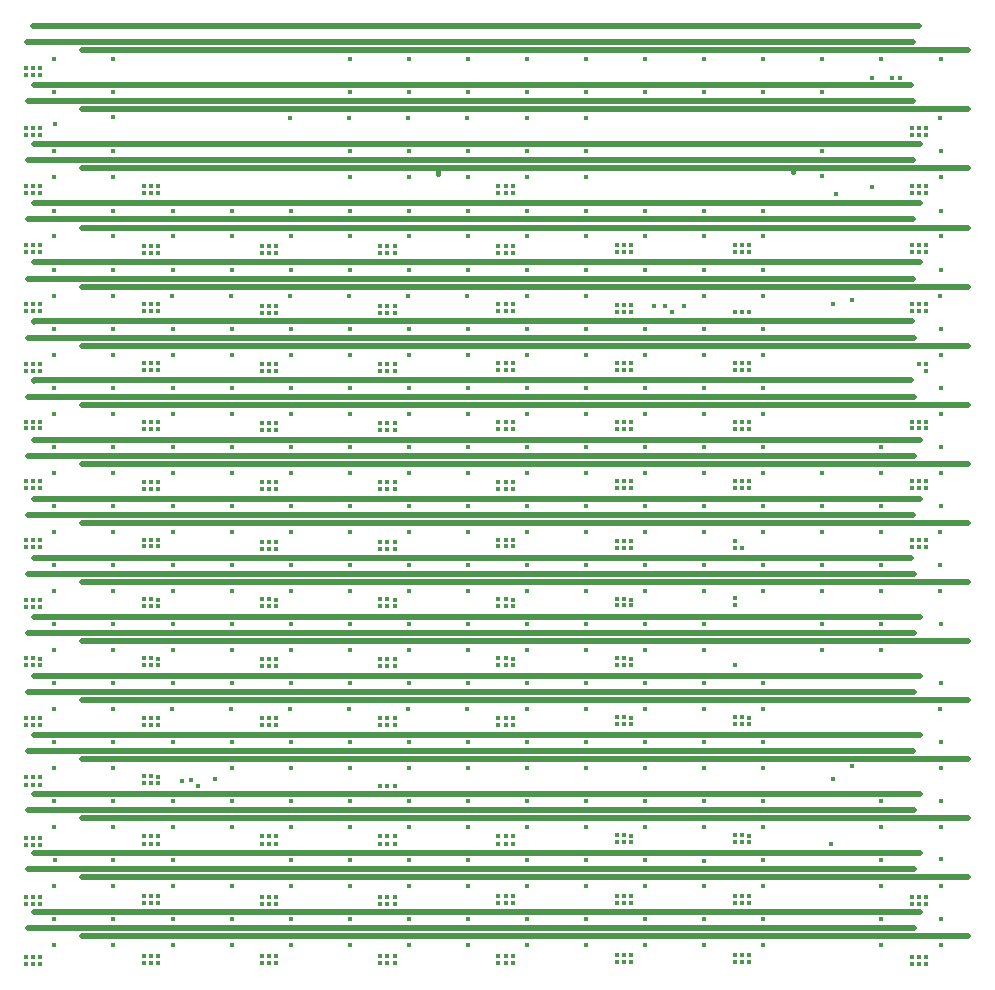
<source format=gbr>
%TF.GenerationSoftware,KiCad,Pcbnew,9.0.7*%
%TF.CreationDate,2026-02-20T11:37:07-08:00*%
%TF.ProjectId,rgb-plate,7267622d-706c-4617-9465-2e6b69636164,rev?*%
%TF.SameCoordinates,Original*%
%TF.FileFunction,Copper,L3,Inr*%
%TF.FilePolarity,Positive*%
%FSLAX46Y46*%
G04 Gerber Fmt 4.6, Leading zero omitted, Abs format (unit mm)*
G04 Created by KiCad (PCBNEW 9.0.7) date 2026-02-20 11:37:07*
%MOMM*%
%LPD*%
G01*
G04 APERTURE LIST*
%TA.AperFunction,ViaPad*%
%ADD10C,0.400000*%
%TD*%
%TA.AperFunction,Conductor*%
%ADD11C,0.500000*%
%TD*%
%TA.AperFunction,Conductor*%
%ADD12C,0.400000*%
%TD*%
G04 APERTURE END LIST*
D10*
%TO.N,+3.3V*%
X171014998Y-124149000D03*
X171020805Y-84714399D03*
X155200000Y-85200000D03*
X115100000Y-125300000D03*
%TO.N,/matrix_driver_conn/TH2*%
X169400000Y-125200000D03*
X117110000Y-125200000D03*
%TO.N,GND*%
X176100000Y-105000000D03*
X102300000Y-95035000D03*
X177300000Y-90700000D03*
X177300000Y-80600000D03*
X141100000Y-140800000D03*
X151700000Y-95600000D03*
X176700000Y-80600000D03*
X176100000Y-100600000D03*
X141700000Y-105500000D03*
X111100000Y-90600000D03*
X131700000Y-85800000D03*
X131700000Y-140800000D03*
X177300000Y-95035000D03*
X101700000Y-125700000D03*
X176100000Y-105600000D03*
X161100000Y-110500000D03*
X141100000Y-100700000D03*
X121700000Y-140200000D03*
X131700000Y-80700000D03*
X121700000Y-80700000D03*
X121100000Y-120100000D03*
X141700000Y-110010002D03*
X151700000Y-140700000D03*
X131100000Y-115700000D03*
X176100000Y-80000000D03*
X152300000Y-140700000D03*
X111100000Y-115000000D03*
X122300000Y-110035000D03*
X132300000Y-135200000D03*
X151100000Y-100000000D03*
X111100000Y-100100000D03*
X101700000Y-100600000D03*
X111700000Y-85010002D03*
X152300000Y-80600000D03*
X141700000Y-80700000D03*
X141700000Y-90600000D03*
X121700000Y-115100000D03*
X132300000Y-100700000D03*
X151100000Y-115600000D03*
X142300000Y-90035000D03*
X122300000Y-110600000D03*
X121700000Y-105200000D03*
X131700000Y-125800000D03*
X151700000Y-105700000D03*
X132300000Y-130100000D03*
X112300000Y-130700000D03*
X176700000Y-80010002D03*
X152300000Y-100035000D03*
X111100000Y-105500000D03*
X151100000Y-110000000D03*
X111100000Y-130700000D03*
X112300000Y-135100000D03*
X122300000Y-130100000D03*
X141700000Y-75600000D03*
X161700000Y-120010002D03*
X131700000Y-90100000D03*
X101100000Y-95500000D03*
X151700000Y-120600000D03*
X111700000Y-105010002D03*
X151700000Y-80600000D03*
X176700000Y-100600000D03*
X101100000Y-85600000D03*
X177300000Y-95500000D03*
X131100000Y-100700000D03*
X131700000Y-105800000D03*
X102300000Y-80600000D03*
X176700000Y-140300000D03*
X131100000Y-110000000D03*
X122300000Y-115700000D03*
X141700000Y-140200000D03*
X176700000Y-135200000D03*
X121100000Y-95700000D03*
X141100000Y-120700000D03*
X122300000Y-100700000D03*
X102300000Y-105600000D03*
X141700000Y-140800000D03*
X121700000Y-110010002D03*
X161700000Y-90010002D03*
X152300000Y-80035000D03*
X121100000Y-130100000D03*
X112300000Y-120100000D03*
X141700000Y-80100000D03*
X102300000Y-70700000D03*
X151100000Y-95600000D03*
X142300000Y-110600000D03*
X112300000Y-80700000D03*
X102300000Y-100600000D03*
X161100000Y-100600000D03*
X177300000Y-100035000D03*
X151100000Y-90000000D03*
X101100000Y-65000000D03*
X111100000Y-115600000D03*
X141700000Y-100100000D03*
X162300000Y-140100000D03*
X121100000Y-85200000D03*
X122300000Y-90700000D03*
X122300000Y-115100000D03*
X131100000Y-105800000D03*
X111700000Y-115010002D03*
X112300000Y-100700000D03*
X131100000Y-110600000D03*
X162300000Y-95600000D03*
X111100000Y-105000000D03*
X177300000Y-140300000D03*
X141100000Y-130700000D03*
X132300000Y-80100000D03*
X161100000Y-85700000D03*
X176700000Y-135800000D03*
X111100000Y-110600000D03*
X101100000Y-70100000D03*
X151100000Y-80000000D03*
X102300000Y-130200000D03*
X112300000Y-110600000D03*
X102300000Y-85600000D03*
X177300000Y-70100000D03*
X131100000Y-85200000D03*
X111700000Y-140800000D03*
X112300000Y-95035000D03*
X121700000Y-115700000D03*
X111700000Y-100100000D03*
X141700000Y-75010002D03*
X121100000Y-135800000D03*
X111100000Y-120700000D03*
X111100000Y-135100000D03*
X121100000Y-80700000D03*
X101700000Y-135800000D03*
X152300000Y-140100000D03*
X152300000Y-105100000D03*
X101100000Y-70700000D03*
X121100000Y-100700000D03*
X131100000Y-130700000D03*
X101100000Y-130200000D03*
X111700000Y-95010002D03*
X132300000Y-95700000D03*
X141100000Y-105500000D03*
X121700000Y-130700000D03*
X176700000Y-70100000D03*
X141700000Y-120700000D03*
X101100000Y-115000000D03*
X131100000Y-90700000D03*
X122300000Y-105800000D03*
X112300000Y-115035000D03*
X161700000Y-80600000D03*
X101700000Y-110100000D03*
X142300000Y-95035000D03*
X101700000Y-90100000D03*
X111100000Y-95600000D03*
X152300000Y-120035000D03*
X151100000Y-90600000D03*
X142300000Y-130100000D03*
X161100000Y-115600000D03*
X111700000Y-85600000D03*
X176700000Y-75600000D03*
X101100000Y-80000000D03*
X131100000Y-120100000D03*
X162300000Y-90035000D03*
X177300000Y-70700000D03*
X111100000Y-80100000D03*
X101100000Y-130800000D03*
X151700000Y-120010002D03*
X161100000Y-105700000D03*
X176100000Y-95000000D03*
X161100000Y-80000000D03*
X111700000Y-135100000D03*
X121700000Y-135800000D03*
X151100000Y-95000000D03*
X142300000Y-100100000D03*
X112300000Y-135700000D03*
X102300000Y-90100000D03*
X111100000Y-90000000D03*
X111100000Y-85000000D03*
X177300000Y-105035000D03*
X176700000Y-95500000D03*
X131700000Y-140200000D03*
X142300000Y-130700000D03*
X176100000Y-140900000D03*
X131700000Y-95700000D03*
X132300000Y-120100000D03*
X151700000Y-130010002D03*
X131700000Y-110010002D03*
X131100000Y-95700000D03*
X152300000Y-115600000D03*
X122300000Y-80100000D03*
X161700000Y-85700000D03*
X151100000Y-120000000D03*
X162300000Y-120035000D03*
X102300000Y-65600000D03*
X176100000Y-80600000D03*
X131700000Y-80100000D03*
X161700000Y-135700000D03*
X101100000Y-100000000D03*
X111100000Y-140200000D03*
X111700000Y-135700000D03*
X111100000Y-95000000D03*
X122300000Y-95700000D03*
X121100000Y-80100000D03*
X101100000Y-120100000D03*
X121100000Y-140200000D03*
X101100000Y-120700000D03*
X161100000Y-95600000D03*
X112300000Y-125035000D03*
X132300000Y-115700000D03*
X141100000Y-130100000D03*
X102300000Y-105035000D03*
X161100000Y-130000000D03*
X122300000Y-90100000D03*
X112300000Y-105035000D03*
X176700000Y-95010002D03*
X101100000Y-105600000D03*
X162300000Y-140700000D03*
X141700000Y-130100000D03*
X102300000Y-120100000D03*
X101700000Y-95010002D03*
X131100000Y-135800000D03*
X131100000Y-80700000D03*
X162300000Y-80035000D03*
X101100000Y-135200000D03*
X131100000Y-85800000D03*
X102300000Y-125100000D03*
X101100000Y-110700000D03*
X141100000Y-90600000D03*
X101100000Y-75000000D03*
X111700000Y-130100000D03*
X142300000Y-115035000D03*
X101700000Y-75600000D03*
X177300000Y-135200000D03*
X132300000Y-85200000D03*
X142300000Y-105500000D03*
X161100000Y-90000000D03*
X141700000Y-110600000D03*
X121100000Y-110000000D03*
X111700000Y-120100000D03*
X161100000Y-105100000D03*
X151100000Y-85700000D03*
X121700000Y-85200000D03*
X152300000Y-85100000D03*
X101100000Y-65600000D03*
X151700000Y-95010002D03*
X131700000Y-120700000D03*
X102300000Y-75035000D03*
X151700000Y-80010002D03*
X161100000Y-120000000D03*
X101700000Y-105600000D03*
X141100000Y-95600000D03*
X122300000Y-135800000D03*
X102300000Y-125700000D03*
X151700000Y-110010002D03*
X177300000Y-85035000D03*
X131100000Y-125800000D03*
X161100000Y-109900000D03*
X151100000Y-130000000D03*
X152300000Y-120600000D03*
X101100000Y-110100000D03*
X101700000Y-85010002D03*
X121700000Y-135200000D03*
X102300000Y-115600000D03*
X101700000Y-135200000D03*
X142300000Y-110035000D03*
X102300000Y-135200000D03*
X141100000Y-75000000D03*
X102300000Y-85035000D03*
X141700000Y-85010002D03*
X172700000Y-65879000D03*
X131100000Y-90100000D03*
X111100000Y-80700000D03*
X131700000Y-115100000D03*
X122300000Y-85800000D03*
X161100000Y-130600000D03*
X131100000Y-120700000D03*
X152300000Y-90035000D03*
X141700000Y-90010002D03*
X121700000Y-140800000D03*
X121100000Y-130700000D03*
X121100000Y-115700000D03*
X101100000Y-90700000D03*
X102300000Y-135800000D03*
X101100000Y-125700000D03*
X132300000Y-135800000D03*
X151700000Y-110500000D03*
X121700000Y-100100000D03*
X142300000Y-80700000D03*
X176100000Y-140300000D03*
X111700000Y-110010002D03*
X122300000Y-120700000D03*
X121100000Y-95100000D03*
X151700000Y-100010002D03*
X111700000Y-75010002D03*
X102300000Y-115035000D03*
X121100000Y-115100000D03*
X161700000Y-130010002D03*
X131700000Y-135200000D03*
X152300000Y-100600000D03*
X111100000Y-75000000D03*
X176700000Y-70700000D03*
X152300000Y-95035000D03*
X121100000Y-110600000D03*
X162300000Y-100600000D03*
X132300000Y-110035000D03*
X121700000Y-130100000D03*
X111100000Y-125000000D03*
X111700000Y-140200000D03*
X102300000Y-110700000D03*
X161700000Y-95010002D03*
X141100000Y-110600000D03*
X111700000Y-75600000D03*
X151700000Y-140100000D03*
X114300000Y-125400000D03*
X141700000Y-105010002D03*
X101100000Y-140300000D03*
X132300000Y-90100000D03*
X174400000Y-65879000D03*
X141100000Y-135700000D03*
X161700000Y-95600000D03*
X101700000Y-65010002D03*
X101700000Y-70100000D03*
X152300000Y-130035000D03*
X101100000Y-90100000D03*
X131100000Y-130100000D03*
X102300000Y-95500000D03*
X141700000Y-95600000D03*
X101700000Y-90700000D03*
X111700000Y-110600000D03*
X132300000Y-80700000D03*
X142300000Y-135100000D03*
X121700000Y-100700000D03*
X176700000Y-100010002D03*
X101700000Y-105010002D03*
X132300000Y-105200000D03*
X141100000Y-140200000D03*
X121100000Y-105800000D03*
X142300000Y-90600000D03*
X111700000Y-90010002D03*
X151700000Y-85700000D03*
X151100000Y-135700000D03*
X151100000Y-80600000D03*
X131100000Y-140200000D03*
X176100000Y-135200000D03*
X141700000Y-135700000D03*
X121100000Y-135200000D03*
X176700000Y-105010002D03*
X132300000Y-105800000D03*
X121100000Y-105200000D03*
X161100000Y-140700000D03*
X162300000Y-100035000D03*
X111100000Y-140800000D03*
X101700000Y-120700000D03*
X152300000Y-90600000D03*
X121700000Y-120100000D03*
X151100000Y-110500000D03*
X151700000Y-130600000D03*
X161100000Y-120600000D03*
X132300000Y-110600000D03*
X131700000Y-115700000D03*
X112300000Y-110035000D03*
X122300000Y-140200000D03*
X131700000Y-135800000D03*
X176100000Y-135800000D03*
X131700000Y-105200000D03*
X131700000Y-90700000D03*
X152300000Y-135100000D03*
X161100000Y-95000000D03*
X161700000Y-140100000D03*
X111700000Y-95600000D03*
X141100000Y-95000000D03*
X102300000Y-130800000D03*
X161100000Y-140100000D03*
X141100000Y-135100000D03*
X132300000Y-125800000D03*
X111100000Y-75600000D03*
X151100000Y-115000000D03*
X161100000Y-90600000D03*
X122300000Y-130700000D03*
X161700000Y-90600000D03*
X102300000Y-140300000D03*
X121100000Y-100100000D03*
X177300000Y-90100000D03*
X121100000Y-120700000D03*
X111700000Y-80100000D03*
X151700000Y-115010002D03*
X121700000Y-85800000D03*
X101100000Y-80600000D03*
X152300000Y-130600000D03*
X102300000Y-120700000D03*
X131100000Y-115100000D03*
X141100000Y-115600000D03*
X112300000Y-140200000D03*
X151100000Y-135100000D03*
X177300000Y-80035000D03*
X142300000Y-140800000D03*
X152300000Y-115035000D03*
X152300000Y-95600000D03*
X101100000Y-100600000D03*
X176700000Y-140900000D03*
X111100000Y-120100000D03*
X176700000Y-75010002D03*
X101700000Y-65600000D03*
X112300000Y-100100000D03*
X142300000Y-75600000D03*
X122300000Y-100100000D03*
X132300000Y-85800000D03*
X121100000Y-90100000D03*
X122300000Y-85200000D03*
X162300000Y-135100000D03*
X121700000Y-90100000D03*
X112300000Y-140800000D03*
X121700000Y-110600000D03*
X177300000Y-100600000D03*
X111700000Y-115600000D03*
X141700000Y-85600000D03*
X111700000Y-130700000D03*
X101100000Y-105000000D03*
X101700000Y-130200000D03*
X111700000Y-90600000D03*
X101700000Y-70700000D03*
X112300000Y-120700000D03*
X111100000Y-130100000D03*
X102300000Y-140900000D03*
X101700000Y-110700000D03*
X112300000Y-125600000D03*
X151700000Y-105100000D03*
X177300000Y-105600000D03*
X142300000Y-85600000D03*
X111100000Y-135700000D03*
X151100000Y-130600000D03*
X121700000Y-105800000D03*
X131700000Y-100700000D03*
X161700000Y-105700000D03*
X176100000Y-75600000D03*
X111100000Y-85600000D03*
X101700000Y-85600000D03*
X112300000Y-75600000D03*
X131700000Y-130100000D03*
X122300000Y-140800000D03*
X142300000Y-75035000D03*
X115690000Y-125800000D03*
X101700000Y-120100000D03*
X152300000Y-105700000D03*
X131700000Y-120100000D03*
X151700000Y-85100000D03*
X176100000Y-70100000D03*
X141700000Y-115600000D03*
X141100000Y-120100000D03*
X152300000Y-110035000D03*
X142300000Y-85035000D03*
X111700000Y-105500000D03*
X161100000Y-135700000D03*
X162300000Y-130035000D03*
X141100000Y-100100000D03*
X111700000Y-80700000D03*
X175100000Y-65879000D03*
X101700000Y-115600000D03*
X142300000Y-135700000D03*
X102300000Y-75600000D03*
X101700000Y-75010002D03*
X101700000Y-95500000D03*
X169235000Y-130700000D03*
X121100000Y-140800000D03*
X111100000Y-110000000D03*
X161100000Y-100000000D03*
X176100000Y-85600000D03*
X101100000Y-125100000D03*
X102300000Y-80035000D03*
X151100000Y-140100000D03*
X162300000Y-135700000D03*
X141700000Y-95010002D03*
X102300000Y-90700000D03*
X161700000Y-120600000D03*
X177300000Y-85600000D03*
X154300000Y-85200000D03*
X112300000Y-90600000D03*
X142300000Y-120700000D03*
X162300000Y-90600000D03*
X101100000Y-135800000D03*
X177300000Y-140900000D03*
X121700000Y-95700000D03*
X131100000Y-140800000D03*
X162300000Y-85700000D03*
X111100000Y-125600000D03*
X177300000Y-75035000D03*
X177300000Y-135800000D03*
X112300000Y-85035000D03*
X101100000Y-75600000D03*
X177300000Y-75600000D03*
X111700000Y-125600000D03*
X101100000Y-95000000D03*
X112300000Y-95600000D03*
X161700000Y-80010002D03*
X161100000Y-135100000D03*
X132300000Y-140200000D03*
X101700000Y-115010002D03*
X141700000Y-120100000D03*
X141100000Y-115000000D03*
X112300000Y-115600000D03*
X112300000Y-80100000D03*
X101700000Y-100010002D03*
X102300000Y-110100000D03*
X176700000Y-105600000D03*
X121700000Y-80100000D03*
X141100000Y-80700000D03*
X151100000Y-105100000D03*
X121700000Y-120700000D03*
X141700000Y-135100000D03*
X112300000Y-85600000D03*
X152300000Y-85700000D03*
X176100000Y-100000000D03*
X162300000Y-95035000D03*
X132300000Y-100100000D03*
X161700000Y-140700000D03*
X122300000Y-105200000D03*
X141100000Y-105000000D03*
X132300000Y-120700000D03*
X176100000Y-70700000D03*
X122300000Y-95100000D03*
X141700000Y-115010002D03*
X112300000Y-130100000D03*
X141700000Y-100700000D03*
X176100000Y-95500000D03*
X142300000Y-115600000D03*
X151100000Y-85100000D03*
X141100000Y-90000000D03*
X111100000Y-100700000D03*
X101700000Y-140300000D03*
X176700000Y-90100000D03*
X151700000Y-135100000D03*
X111700000Y-125010002D03*
X162300000Y-120600000D03*
X111700000Y-120700000D03*
X151700000Y-90600000D03*
X112300000Y-90035000D03*
X102300000Y-70100000D03*
X176100000Y-85000000D03*
X141100000Y-75600000D03*
X141100000Y-85600000D03*
X112300000Y-105500000D03*
X152300000Y-110500000D03*
X176700000Y-85600000D03*
X141100000Y-80100000D03*
X151100000Y-105700000D03*
X131700000Y-130700000D03*
X176700000Y-85010002D03*
X132300000Y-115100000D03*
X141100000Y-85000000D03*
X162300000Y-130600000D03*
X142300000Y-80100000D03*
X142300000Y-100700000D03*
X151700000Y-90010002D03*
X151700000Y-135700000D03*
X101700000Y-80600000D03*
X101700000Y-80010002D03*
X151100000Y-120600000D03*
X131100000Y-100100000D03*
X131100000Y-105200000D03*
X132300000Y-95100000D03*
X122300000Y-120100000D03*
X176100000Y-75000000D03*
X101100000Y-85000000D03*
X151100000Y-140700000D03*
X162300000Y-80600000D03*
X142300000Y-95600000D03*
X151700000Y-100600000D03*
X132300000Y-140800000D03*
X101100000Y-140900000D03*
X121100000Y-90700000D03*
X152300000Y-135700000D03*
X101700000Y-130800000D03*
X121700000Y-90700000D03*
X101700000Y-140900000D03*
X102300000Y-100035000D03*
X141100000Y-110000000D03*
X151700000Y-115600000D03*
X151100000Y-100600000D03*
X161700000Y-130600000D03*
X161700000Y-100600000D03*
X131100000Y-95100000D03*
X161100000Y-80600000D03*
X131700000Y-95100000D03*
X155800000Y-85700000D03*
X121100000Y-85800000D03*
X132300000Y-90700000D03*
X142300000Y-140200000D03*
X131700000Y-100100000D03*
X131100000Y-80100000D03*
X111700000Y-100700000D03*
X141700000Y-130700000D03*
X101100000Y-115600000D03*
X132300000Y-130700000D03*
X131700000Y-85200000D03*
X161700000Y-135100000D03*
X101700000Y-125100000D03*
X112300000Y-75035000D03*
X121700000Y-95100000D03*
X131100000Y-135200000D03*
X102300000Y-65035000D03*
X131700000Y-110600000D03*
X122300000Y-80700000D03*
X122300000Y-135200000D03*
X161700000Y-100010002D03*
X142300000Y-105035000D03*
X142300000Y-120100000D03*
%TO.N,/matrix_driver_conn/TH1*%
X169425000Y-85035000D03*
X156800000Y-85200000D03*
%TO.N,/LINE0*%
X103500000Y-97100000D03*
X103500000Y-87100000D03*
X103500000Y-72100000D03*
X103500000Y-112100000D03*
X103500000Y-109300000D03*
X103500000Y-102100000D03*
X103500000Y-79300000D03*
X103500000Y-94300000D03*
X103500000Y-129300000D03*
X103500000Y-137100000D03*
X103500000Y-114300000D03*
X103500000Y-92100000D03*
X103500000Y-117100000D03*
X103475000Y-119300000D03*
X103500000Y-124300000D03*
X103500000Y-89300000D03*
X103475000Y-84300000D03*
X103500000Y-67100000D03*
X103500000Y-139300000D03*
X103500000Y-64300000D03*
X103500000Y-82100000D03*
X103525000Y-69800000D03*
X103500000Y-104300000D03*
X103500000Y-77100000D03*
X103500000Y-99300000D03*
X103500000Y-122100000D03*
X103500000Y-127100000D03*
X103500000Y-74300000D03*
X103500000Y-134300000D03*
X103525000Y-132100000D03*
X103500000Y-107100000D03*
%TO.N,/G0*%
X106700000Y-61500000D03*
X126700000Y-61500000D03*
X121725000Y-61500000D03*
X171725000Y-61500000D03*
X131725000Y-61500000D03*
X156725000Y-61500000D03*
X169711658Y-75715658D03*
X151725000Y-61500000D03*
X136725000Y-61500000D03*
X161725000Y-61500000D03*
X176725000Y-61500000D03*
X166700000Y-61500000D03*
X146700000Y-61500000D03*
X101725000Y-61500000D03*
X111725000Y-61500000D03*
X116725000Y-61500000D03*
X141725000Y-61500000D03*
%TO.N,/B0*%
X105825000Y-63539000D03*
X165825000Y-63539000D03*
X140825000Y-63539000D03*
X161000000Y-63539000D03*
X175825000Y-63539000D03*
X170900000Y-63539000D03*
X156000000Y-63539000D03*
X151000000Y-63539000D03*
X125900000Y-63539000D03*
X180825000Y-63539000D03*
X130857702Y-63539000D03*
X115857702Y-63539000D03*
X135825000Y-63539000D03*
X120857702Y-63539000D03*
X110800000Y-63539000D03*
X146017362Y-63591182D03*
%TO.N,/R0*%
X161200000Y-62861000D03*
X146175000Y-62861000D03*
X172690000Y-75135000D03*
X116200000Y-62861000D03*
X101200000Y-62861000D03*
X131200000Y-62861000D03*
X166175000Y-62861000D03*
X126175000Y-62861000D03*
X106175000Y-62861000D03*
X121200000Y-62861000D03*
X171200000Y-62861000D03*
X176200000Y-62861000D03*
X111200000Y-62861000D03*
X136200000Y-62861000D03*
X141200000Y-62861000D03*
X156200000Y-62861000D03*
X151200000Y-62861000D03*
%TO.N,/B1*%
X120857702Y-68539000D03*
X135850000Y-68539000D03*
X175850000Y-68539000D03*
X180850000Y-68539000D03*
X105850000Y-68539000D03*
X130857702Y-68539000D03*
X145957702Y-68539000D03*
X150957702Y-68539000D03*
X110825000Y-68539000D03*
X140850000Y-68539000D03*
X125857702Y-68539000D03*
X115857702Y-68539000D03*
X165850000Y-68539000D03*
X160957702Y-68539000D03*
X170825000Y-68539000D03*
X155957702Y-68539000D03*
%TO.N,/R1*%
X161225000Y-67861000D03*
X171225000Y-67861000D03*
X116225000Y-67861000D03*
X176225000Y-67861000D03*
X126200000Y-67861000D03*
X101225000Y-67861000D03*
X146200000Y-67861000D03*
X106200000Y-67861000D03*
X156225000Y-67861000D03*
X131225000Y-67861000D03*
X136225000Y-67861000D03*
X151225000Y-67861000D03*
X121225000Y-67861000D03*
X166406760Y-67866806D03*
X110993101Y-67844429D03*
X141093126Y-67861084D03*
%TO.N,/G1*%
X116750000Y-66500000D03*
X146725000Y-66500000D03*
X166700000Y-66489000D03*
X161750000Y-66500000D03*
X101750000Y-66500000D03*
X171750000Y-66500000D03*
X131750000Y-66500000D03*
X141093098Y-66489000D03*
X106725000Y-66500000D03*
X110993098Y-66489000D03*
X121750000Y-66500000D03*
X156750000Y-66500000D03*
X126725000Y-66500000D03*
X176000000Y-66489000D03*
X136750000Y-66500000D03*
X151750000Y-66500000D03*
%TO.N,/G2*%
X151442298Y-71500000D03*
X176750000Y-71500000D03*
X131342298Y-71489000D03*
X136750000Y-71500000D03*
X171750000Y-71500000D03*
X126342298Y-71489000D03*
X141093098Y-71489000D03*
X161400000Y-71500000D03*
X166725000Y-71500000D03*
X156442298Y-71500000D03*
X146442298Y-71500000D03*
X121342298Y-71489000D03*
X101750000Y-71500000D03*
X110993098Y-71489000D03*
X116342298Y-71489000D03*
X106725000Y-71500000D03*
%TO.N,/R2*%
X101225000Y-72861000D03*
X156225000Y-72861000D03*
X146200000Y-72861000D03*
X166306902Y-72861000D03*
X110993100Y-72844429D03*
X136225000Y-72861000D03*
X121225000Y-72861000D03*
X151225000Y-72861000D03*
X131225000Y-72861000D03*
X106200000Y-72861000D03*
X176225000Y-72861000D03*
X161225000Y-72861000D03*
X116225000Y-72861000D03*
X126200000Y-72861000D03*
X141093098Y-72861000D03*
X171225000Y-72861000D03*
%TO.N,/B2*%
X166009768Y-73811170D03*
X130825000Y-73539000D03*
X136000000Y-74000000D03*
X105850000Y-73539000D03*
X120850000Y-73539000D03*
X140850000Y-73539000D03*
X125850000Y-73539000D03*
X155850000Y-73539000D03*
X160850000Y-73539000D03*
X145850000Y-73539000D03*
X170825000Y-73539000D03*
X150825000Y-73539000D03*
X115850000Y-73539000D03*
X175850000Y-73539000D03*
X110825000Y-73539000D03*
X180850000Y-73539000D03*
%TO.N,/G3*%
X131750000Y-76500000D03*
X171000000Y-76489000D03*
X101750000Y-76500000D03*
X111750000Y-76500000D03*
X176750000Y-76500000D03*
X136750000Y-76500000D03*
X151750000Y-76500000D03*
X166725000Y-76500000D03*
X106725000Y-76500000D03*
X146725000Y-76500000D03*
X116750000Y-76500000D03*
X156750000Y-76500000D03*
X126725000Y-76500000D03*
X141750000Y-76500000D03*
X161750000Y-76500000D03*
X121750000Y-76500000D03*
%TO.N,/B3*%
X170825000Y-78539000D03*
X175850000Y-78539000D03*
X105850000Y-78539000D03*
X145850000Y-78539000D03*
X120850000Y-78539000D03*
X155850000Y-78539000D03*
X130825000Y-78539000D03*
X110825000Y-78539000D03*
X135850000Y-78539000D03*
X140850000Y-78539000D03*
X150825000Y-78539000D03*
X160850000Y-78539000D03*
X125850000Y-78539000D03*
X165850000Y-78539000D03*
X115850000Y-78539000D03*
X180850000Y-78539000D03*
%TO.N,/R3*%
X101225000Y-77861000D03*
X136225000Y-77861000D03*
X116225000Y-77861000D03*
X131225000Y-77861000D03*
X161225000Y-77861000D03*
X121225000Y-77861000D03*
X111225000Y-77861000D03*
X156225000Y-77861000D03*
X166200000Y-77861000D03*
X126200000Y-77861000D03*
X171225000Y-77861000D03*
X151225000Y-77861000D03*
X176225000Y-77861000D03*
X106200000Y-77861000D03*
X146200000Y-77861000D03*
X141225000Y-77861000D03*
%TO.N,/B4*%
X145850000Y-83539000D03*
X130825000Y-83539000D03*
X170825000Y-83539000D03*
X135850000Y-83539000D03*
X125850000Y-83539000D03*
X176014998Y-83539000D03*
X165850000Y-83539000D03*
X160850000Y-83539000D03*
X110825000Y-83539000D03*
X180850000Y-83539000D03*
X140850000Y-83539000D03*
X150825000Y-83539000D03*
X155850000Y-83539000D03*
X120850000Y-83539000D03*
X115850000Y-83539000D03*
X105850000Y-83539000D03*
%TO.N,/G4*%
X101750000Y-81500000D03*
X151750000Y-81500000D03*
X121750000Y-81500000D03*
X156750000Y-81500000D03*
X141750000Y-81500000D03*
X106725000Y-81500000D03*
X131750000Y-81500000D03*
X116750000Y-81500000D03*
X111750000Y-81500000D03*
X136750000Y-81500000D03*
X171539998Y-81489000D03*
X126725000Y-81500000D03*
X176750000Y-81500000D03*
X161750000Y-81500000D03*
X146725000Y-81500000D03*
X166725000Y-81500000D03*
%TO.N,/R4*%
X176225000Y-82861000D03*
X136225000Y-82861000D03*
X126200000Y-82861000D03*
X166200000Y-82861000D03*
X121225000Y-82861000D03*
X151225000Y-82861000D03*
X131225000Y-82861000D03*
X146200000Y-82861000D03*
X141225000Y-82861000D03*
X106200000Y-82861000D03*
X111225000Y-82861000D03*
X161225000Y-82861000D03*
X156225000Y-82861000D03*
X101225000Y-82861000D03*
X116225000Y-82861000D03*
X171225000Y-82861000D03*
%TO.N,/G5*%
X156775000Y-86500000D03*
X126750000Y-86500000D03*
X111775000Y-86500000D03*
X161775000Y-86500000D03*
X171775000Y-86500000D03*
X106750000Y-86500000D03*
X121775000Y-86500000D03*
X136775000Y-86500000D03*
X116775000Y-86500000D03*
X166100000Y-86500000D03*
X141775000Y-86500000D03*
X101775000Y-86500000D03*
X176100000Y-86489000D03*
X146750000Y-86500000D03*
X131775000Y-86500000D03*
X151775000Y-86500000D03*
%TO.N,/B5*%
X170850000Y-88539000D03*
X115875000Y-88539000D03*
X150850000Y-88539000D03*
X165875000Y-88539000D03*
X110850000Y-88539000D03*
X105875000Y-88539000D03*
X160875000Y-88539000D03*
X175875000Y-88539000D03*
X135875000Y-88539000D03*
X130850000Y-88539000D03*
X125875000Y-88539000D03*
X155875000Y-88539000D03*
X145875000Y-88539000D03*
X180875000Y-88539000D03*
X120875000Y-88539000D03*
X140875000Y-88539000D03*
%TO.N,/R5*%
X121250000Y-87861000D03*
X156250000Y-87861000D03*
X131250000Y-87861000D03*
X146225000Y-87861000D03*
X151250000Y-87861000D03*
X161250000Y-87861000D03*
X116250000Y-87861000D03*
X171250000Y-87861000D03*
X141250000Y-87861000D03*
X111250000Y-87861000D03*
X176250000Y-87861000D03*
X101250000Y-87861000D03*
X136250000Y-87861000D03*
X126225000Y-87861000D03*
X166225000Y-87861000D03*
X106225000Y-87861000D03*
%TO.N,/B6*%
X155875000Y-93539000D03*
X110850000Y-93539000D03*
X105875000Y-93539000D03*
X140875000Y-93539000D03*
X125875000Y-93539000D03*
X145875000Y-93539000D03*
X180875000Y-93539000D03*
X165875000Y-93539000D03*
X135875000Y-93539000D03*
X170850000Y-93539000D03*
X160875000Y-93539000D03*
X120875000Y-93539000D03*
X150850000Y-93539000D03*
X175875000Y-93539000D03*
X115875000Y-93539000D03*
X130850000Y-93539000D03*
%TO.N,/G6*%
X121775000Y-91500000D03*
X101775000Y-91500000D03*
X136775000Y-91500000D03*
X141775000Y-91500000D03*
X106750000Y-91500000D03*
X131775000Y-91500000D03*
X151775000Y-91500000D03*
X171775000Y-91500000D03*
X111775000Y-91500000D03*
X156775000Y-91500000D03*
X176000000Y-91489000D03*
X116775000Y-91500000D03*
X161775000Y-91500000D03*
X146750000Y-91500000D03*
X126750000Y-91500000D03*
X166000000Y-91489000D03*
%TO.N,/R6*%
X136250000Y-92861000D03*
X176250000Y-92861000D03*
X111250000Y-92861000D03*
X116250000Y-92861000D03*
X121250000Y-92861000D03*
X151250000Y-92861000D03*
X146225000Y-92861000D03*
X101250000Y-92861000D03*
X171250000Y-92861000D03*
X156250000Y-92861000D03*
X166225000Y-92861000D03*
X131250000Y-92861000D03*
X106225000Y-92861000D03*
X126225000Y-92861000D03*
X141250000Y-92861000D03*
X161250000Y-92861000D03*
%TO.N,/G7*%
X156775000Y-96500000D03*
X141775000Y-96500000D03*
X176775000Y-96500000D03*
X136775000Y-96500000D03*
X166750000Y-96500000D03*
X106750000Y-96500000D03*
X151775000Y-96500000D03*
X121775000Y-96500000D03*
X116775000Y-96500000D03*
X131775000Y-96500000D03*
X146750000Y-96500000D03*
X111775000Y-96500000D03*
X126750000Y-96500000D03*
X171775000Y-96500000D03*
X161775000Y-96500000D03*
X101775000Y-96500000D03*
%TO.N,/B7*%
X170850000Y-98539000D03*
X165875000Y-98539000D03*
X150850000Y-98539000D03*
X160875000Y-98539000D03*
X120875000Y-98539000D03*
X135875000Y-98539000D03*
X145875000Y-98539000D03*
X130850000Y-98539000D03*
X115875000Y-98539000D03*
X125875000Y-98539000D03*
X180875000Y-98539000D03*
X140875000Y-98539000D03*
X175875000Y-98539000D03*
X110850000Y-98539000D03*
X105875000Y-98539000D03*
X155875000Y-98539000D03*
%TO.N,/R7*%
X176250000Y-97861000D03*
X131250000Y-97861000D03*
X151250000Y-97861000D03*
X171250000Y-97861000D03*
X116250000Y-97861000D03*
X121250000Y-97861000D03*
X141250000Y-97861000D03*
X136250000Y-97861000D03*
X111250000Y-97861000D03*
X156250000Y-97861000D03*
X101250000Y-97861000D03*
X166225000Y-97861000D03*
X161250000Y-97861000D03*
X126225000Y-97861000D03*
X146225000Y-97861000D03*
X106225000Y-97861000D03*
%TO.N,/B8*%
X110825000Y-103539000D03*
X150825000Y-103539000D03*
X175850000Y-103539000D03*
X155850000Y-103539000D03*
X170825000Y-103539000D03*
X115850000Y-103539000D03*
X160850000Y-103539000D03*
X180850000Y-103539000D03*
X130825000Y-103539000D03*
X125850000Y-103539000D03*
X105850000Y-103539000D03*
X165850000Y-103539000D03*
X120850000Y-103539000D03*
X135850000Y-103539000D03*
X140850000Y-103539000D03*
X145850000Y-103539000D03*
%TO.N,/R8*%
X166200000Y-102861000D03*
X111225000Y-102861000D03*
X161225000Y-102861000D03*
X171225000Y-102861000D03*
X156225000Y-102861000D03*
X146200000Y-102861000D03*
X151225000Y-102861000D03*
X106200000Y-102861000D03*
X126200000Y-102861000D03*
X176225000Y-102861000D03*
X141225000Y-102861000D03*
X136225000Y-102861000D03*
X101225000Y-102861000D03*
X131225000Y-102861000D03*
X121225000Y-102861000D03*
X116225000Y-102861000D03*
%TO.N,/G8*%
X176750000Y-101500000D03*
X166725000Y-101500000D03*
X141750000Y-101500000D03*
X126725000Y-101500000D03*
X106725000Y-101500000D03*
X136750000Y-101500000D03*
X101750000Y-101500000D03*
X156750000Y-101500000D03*
X116750000Y-101500000D03*
X111750000Y-101500000D03*
X151750000Y-101500000D03*
X131750000Y-101500000D03*
X121750000Y-101500000D03*
X146725000Y-101500000D03*
X171750000Y-101500000D03*
X161750000Y-101500000D03*
%TO.N,/G9*%
X151775000Y-106500000D03*
X166750000Y-106500000D03*
X121775000Y-106500000D03*
X111775000Y-106500000D03*
X131775000Y-106500000D03*
X176000000Y-106489000D03*
X136775000Y-106500000D03*
X126750000Y-106500000D03*
X116775000Y-106500000D03*
X146750000Y-106500000D03*
X141775000Y-106500000D03*
X156775000Y-106500000D03*
X101775000Y-106500000D03*
X106750000Y-106500000D03*
X171775000Y-106500000D03*
X161775000Y-106500000D03*
%TO.N,/B9*%
X165875000Y-108539000D03*
X140875000Y-108539000D03*
X125875000Y-108539000D03*
X145875000Y-108539000D03*
X110850000Y-108539000D03*
X175875000Y-108539000D03*
X105875000Y-108539000D03*
X120875000Y-108539000D03*
X115875000Y-108539000D03*
X180875000Y-108539000D03*
X155875000Y-108539000D03*
X130850000Y-108539000D03*
X170850000Y-108539000D03*
X135875000Y-108539000D03*
X160875000Y-108539000D03*
X150850000Y-108539000D03*
%TO.N,/R9*%
X161250000Y-107861000D03*
X151250000Y-107861000D03*
X111250000Y-107861000D03*
X121250000Y-107861000D03*
X116250000Y-107861000D03*
X101250000Y-107861000D03*
X146225000Y-107861000D03*
X106225000Y-107861000D03*
X136250000Y-107861000D03*
X166225000Y-107861000D03*
X126225000Y-107861000D03*
X131250000Y-107861000D03*
X176250000Y-107861000D03*
X141250000Y-107861000D03*
X171250000Y-107861000D03*
X156250000Y-107861000D03*
%TO.N,/B10*%
X160875000Y-113539000D03*
X125875000Y-113539000D03*
X170850000Y-113539000D03*
X130850000Y-113539000D03*
X110850000Y-113539000D03*
X120875000Y-113539000D03*
X150850000Y-113539000D03*
X140875000Y-113539000D03*
X115875000Y-113539000D03*
X145875000Y-113539000D03*
X165875000Y-113539000D03*
X155875000Y-113539000D03*
X105875000Y-113539000D03*
X180875000Y-113539000D03*
X175875000Y-113539000D03*
X135875000Y-113539000D03*
%TO.N,/G10*%
X171775000Y-111500000D03*
X141775000Y-111500000D03*
X131775000Y-111500000D03*
X116775000Y-111500000D03*
X101775000Y-111500000D03*
X111775000Y-111500000D03*
X136775000Y-111500000D03*
X151775000Y-111500000D03*
X161775000Y-111500000D03*
X121775000Y-111500000D03*
X156775000Y-111500000D03*
X146750000Y-111500000D03*
X106750000Y-111500000D03*
X126750000Y-111500000D03*
X176775000Y-111500000D03*
X166750000Y-111500000D03*
%TO.N,/R10*%
X151250000Y-112861000D03*
X126225000Y-112861000D03*
X116250000Y-112861000D03*
X136250000Y-112861000D03*
X176250000Y-112861000D03*
X111250000Y-112861000D03*
X166225000Y-112861000D03*
X141250000Y-112861000D03*
X101250000Y-112861000D03*
X171200000Y-112861000D03*
X161250000Y-112861000D03*
X146225000Y-112861000D03*
X156250000Y-112861000D03*
X131250000Y-112861000D03*
X121250000Y-112861000D03*
X106225000Y-112861000D03*
%TO.N,/R11*%
X121250000Y-117861000D03*
X161250000Y-117861000D03*
X111250000Y-117861000D03*
X101250000Y-117861000D03*
X136250000Y-117861000D03*
X171250000Y-117861000D03*
X156250000Y-117861000D03*
X116250000Y-117861000D03*
X126225000Y-117861000D03*
X146225000Y-117861000D03*
X166225000Y-117861000D03*
X176250000Y-117861000D03*
X131250000Y-117861000D03*
X141250000Y-117861000D03*
X151250000Y-117861000D03*
X106225000Y-117861000D03*
%TO.N,/B11*%
X125875000Y-118539000D03*
X135875000Y-118539000D03*
X175875000Y-118539000D03*
X155875000Y-118539000D03*
X110850000Y-118539000D03*
X165875000Y-118539000D03*
X115875000Y-118539000D03*
X170850000Y-118539000D03*
X150850000Y-118539000D03*
X160875000Y-118539000D03*
X105875000Y-118539000D03*
X130850000Y-118539000D03*
X140875000Y-118539000D03*
X120875000Y-118539000D03*
X180875000Y-118539000D03*
X145875000Y-118539000D03*
%TO.N,/G11*%
X166300000Y-116489000D03*
X101775000Y-116500000D03*
X146750000Y-116500000D03*
X111775000Y-116500000D03*
X156775000Y-116500000D03*
X141775000Y-116500000D03*
X176775000Y-116500000D03*
X136775000Y-116500000D03*
X131775000Y-116500000D03*
X126750000Y-116500000D03*
X106750000Y-116500000D03*
X151775000Y-116500000D03*
X171100000Y-116489000D03*
X116775000Y-116500000D03*
X161775000Y-116500000D03*
X121775000Y-116500000D03*
%TO.N,/B12*%
X150825000Y-123539000D03*
X180850000Y-123539000D03*
X125850000Y-123539000D03*
X135850000Y-123539000D03*
X140850000Y-123539000D03*
X170825000Y-123539000D03*
X105850000Y-123539000D03*
X175850000Y-123539000D03*
X155850000Y-123539000D03*
X160850000Y-123539000D03*
X165850000Y-123539000D03*
X130825000Y-123539000D03*
X110825000Y-123539000D03*
X120850000Y-123539000D03*
X145850000Y-123539000D03*
X115850000Y-123539000D03*
%TO.N,/G12*%
X156750000Y-121500000D03*
X101750000Y-121500000D03*
X146725000Y-121500000D03*
X116750000Y-121500000D03*
X111750000Y-121500000D03*
X106725000Y-121500000D03*
X161750000Y-121500000D03*
X151750000Y-121500000D03*
X126725000Y-121500000D03*
X176750000Y-121500000D03*
X131750000Y-121500000D03*
X121750000Y-121500000D03*
X141750000Y-121500000D03*
X166725000Y-121500000D03*
X136750000Y-121500000D03*
X171539998Y-121509184D03*
%TO.N,/R12*%
X146200000Y-122861000D03*
X156225000Y-122861000D03*
X166200000Y-122861000D03*
X106200000Y-122861000D03*
X171004836Y-122856164D03*
X136225000Y-122861000D03*
X116225000Y-122861000D03*
X101225000Y-122861000D03*
X141225000Y-122861000D03*
X176225000Y-122861000D03*
X121225000Y-122861000D03*
X161225000Y-122861000D03*
X111225000Y-122861000D03*
X126200000Y-122861000D03*
X151225000Y-122861000D03*
X131225000Y-122861000D03*
%TO.N,/B13*%
X135875000Y-128539000D03*
X180875000Y-128539000D03*
X120875000Y-128539000D03*
X150850000Y-128539000D03*
X130850000Y-128539000D03*
X170850000Y-128539000D03*
X105875000Y-128539000D03*
X140875000Y-128539000D03*
X155875000Y-128539000D03*
X165875000Y-128539000D03*
X160875000Y-128539000D03*
X115875000Y-128539000D03*
X175875000Y-128539000D03*
X125875000Y-128539000D03*
X110850000Y-128539000D03*
X145875000Y-128539000D03*
%TO.N,/G13*%
X116775000Y-126500000D03*
X176775000Y-126500000D03*
X101775000Y-126500000D03*
X146750000Y-126500000D03*
X171775000Y-126500000D03*
X151775000Y-126500000D03*
X156775000Y-126500000D03*
X136775000Y-126500000D03*
X121775000Y-126500000D03*
X106750000Y-126500000D03*
X131775000Y-126500000D03*
X141775000Y-126500000D03*
X126750000Y-126500000D03*
X111775000Y-126500000D03*
X166000000Y-126489000D03*
X161775000Y-126500000D03*
%TO.N,/R13*%
X136250000Y-127861000D03*
X101250000Y-127861000D03*
X121250000Y-127861000D03*
X176250000Y-127861000D03*
X126225000Y-127861000D03*
X161250000Y-127861000D03*
X131250000Y-127861000D03*
X106225000Y-127861000D03*
X166029836Y-127831164D03*
X116250000Y-127861000D03*
X171250000Y-127861000D03*
X111250000Y-127861000D03*
X156250000Y-127861000D03*
X141250000Y-127861000D03*
X146225000Y-127861000D03*
X151250000Y-127861000D03*
%TO.N,/R14*%
X126225000Y-132861000D03*
X111250000Y-132861000D03*
X171250000Y-132861000D03*
X146225000Y-132861000D03*
X166029836Y-132831164D03*
X156250000Y-132861000D03*
X101250000Y-132861000D03*
X116250000Y-132861000D03*
X141250000Y-132861000D03*
X121250000Y-132861000D03*
X136250000Y-132861000D03*
X161250000Y-132861000D03*
X176250000Y-132861000D03*
X131250000Y-132861000D03*
X106225000Y-132861000D03*
X151250000Y-132861000D03*
%TO.N,/G14*%
X111775000Y-131500000D03*
X141775000Y-131500000D03*
X176775000Y-131500000D03*
X131775000Y-131500000D03*
X146750000Y-131500000D03*
X121775000Y-131500000D03*
X151775000Y-131500000D03*
X171775000Y-131500000D03*
X161775000Y-131500000D03*
X101775000Y-131500000D03*
X106750000Y-131500000D03*
X126750000Y-131500000D03*
X116775000Y-131500000D03*
X156775000Y-131500000D03*
X136775000Y-131500000D03*
X165900000Y-131489000D03*
%TO.N,/B14*%
X160875000Y-133539000D03*
X125875000Y-133539000D03*
X180875000Y-133539000D03*
X130850000Y-133539000D03*
X135875000Y-133539000D03*
X115875000Y-133539000D03*
X170850000Y-133539000D03*
X110850000Y-133539000D03*
X175875000Y-133539000D03*
X150850000Y-133539000D03*
X105875000Y-133539000D03*
X145875000Y-133539000D03*
X155875000Y-133539000D03*
X165875000Y-133539000D03*
X140875000Y-133539000D03*
X120875000Y-133539000D03*
%TO.N,/G15*%
X121775000Y-136500000D03*
X111775000Y-136500000D03*
X131775000Y-136500000D03*
X161775000Y-136500000D03*
X126750000Y-136500000D03*
X106750000Y-136500000D03*
X116775000Y-136500000D03*
X166000000Y-136489000D03*
X176775000Y-136500000D03*
X156775000Y-136500000D03*
X151775000Y-136500000D03*
X146750000Y-136500000D03*
X171775000Y-136500000D03*
X136775000Y-136500000D03*
X141775000Y-136500000D03*
X101775000Y-136500000D03*
%TO.N,/R15*%
X156250000Y-137861000D03*
X151250000Y-137861000D03*
X136250000Y-137861000D03*
X121250000Y-137861000D03*
X166225000Y-137861000D03*
X131250000Y-137861000D03*
X161250000Y-137861000D03*
X111250000Y-137861000D03*
X176250000Y-137861000D03*
X101250000Y-137861000D03*
X116250000Y-137861000D03*
X141250000Y-137861000D03*
X146225000Y-137861000D03*
X106225000Y-137861000D03*
X171250000Y-137861000D03*
X126225000Y-137861000D03*
%TO.N,/B15*%
X150850000Y-138539000D03*
X130850000Y-138539000D03*
X110850000Y-138539000D03*
X155875000Y-138539000D03*
X165875000Y-138539000D03*
X105875000Y-138539000D03*
X115875000Y-138539000D03*
X135875000Y-138539000D03*
X180875000Y-138539000D03*
X120875000Y-138539000D03*
X160875000Y-138539000D03*
X125875000Y-138539000D03*
X145875000Y-138539000D03*
X170850000Y-138539000D03*
X140875000Y-138539000D03*
X175875000Y-138539000D03*
%TO.N,/LINE1*%
X108500000Y-79300000D03*
X108500000Y-137100000D03*
X108500000Y-67100000D03*
X108500000Y-127100000D03*
X108500000Y-99300000D03*
X108500000Y-114300000D03*
X108500000Y-107100000D03*
X108500000Y-97100000D03*
X108500000Y-104300000D03*
X108500000Y-87100000D03*
X108475000Y-84300000D03*
X108500000Y-109300000D03*
X108500000Y-122100000D03*
X108500000Y-124300000D03*
X108500000Y-92100000D03*
X108500000Y-77100000D03*
X108500000Y-94300000D03*
X108500000Y-89300000D03*
X108500000Y-132100000D03*
X108500000Y-134300000D03*
X108500000Y-82100000D03*
X108475000Y-119300000D03*
X108500000Y-117100000D03*
X108500000Y-112100000D03*
X108500000Y-74300000D03*
X108500000Y-129300000D03*
X108500000Y-64300000D03*
X108500000Y-69149000D03*
X108500000Y-72100000D03*
X108500000Y-102100000D03*
X108500000Y-139300000D03*
%TO.N,/LINE2*%
X113500000Y-94300000D03*
X113500000Y-137100000D03*
X113475000Y-84300000D03*
X113500000Y-102100000D03*
X113500000Y-87100000D03*
X113500000Y-122100000D03*
X113500000Y-117100000D03*
X113500000Y-114300000D03*
X113525000Y-132100000D03*
X113500000Y-129300000D03*
X113500000Y-99300000D03*
X113500000Y-109300000D03*
X113500000Y-92100000D03*
X113500000Y-134300000D03*
X113500000Y-82100000D03*
X113500000Y-127100000D03*
X113500000Y-104300000D03*
X113475000Y-119300000D03*
X113500000Y-89300000D03*
X113500000Y-77100000D03*
X113500000Y-107100000D03*
X113500000Y-112100000D03*
X113500000Y-97100000D03*
X113500000Y-139300000D03*
X113500000Y-79300000D03*
%TO.N,/LINE3*%
X118500000Y-89300000D03*
X118500000Y-114300000D03*
X118500000Y-79300000D03*
X118500000Y-87100000D03*
X118500000Y-117100000D03*
X118500000Y-109300000D03*
X118500000Y-112100000D03*
X118500000Y-77100000D03*
X118500000Y-139300000D03*
X118500000Y-122100000D03*
X118500000Y-134300000D03*
X118500000Y-129300000D03*
X118500000Y-124300000D03*
X118500000Y-97100000D03*
X118500000Y-127100000D03*
X118500000Y-104300000D03*
X118500000Y-137100000D03*
X118500000Y-82100000D03*
X118500000Y-102100000D03*
X118500000Y-99300000D03*
X118500000Y-94300000D03*
X118475000Y-84300000D03*
X118500000Y-107100000D03*
X118500000Y-92100000D03*
X118475000Y-119300000D03*
%TO.N,/LINE4*%
X123500000Y-114300000D03*
X123500000Y-134300000D03*
X123475000Y-119300000D03*
X123500000Y-107100000D03*
X123500000Y-112100000D03*
X123500000Y-97100000D03*
X123500000Y-137100000D03*
X123500000Y-117100000D03*
X123500000Y-127100000D03*
X123475000Y-84300000D03*
X123525000Y-132100000D03*
X123500000Y-122100000D03*
X123500000Y-89300000D03*
X123500000Y-92100000D03*
X123500000Y-94300000D03*
X123500000Y-109300000D03*
X123500000Y-104300000D03*
X123500000Y-139300000D03*
X123500000Y-124300000D03*
X123500000Y-82100000D03*
X123500000Y-99300000D03*
X123500000Y-129300000D03*
X123500000Y-87100000D03*
X123500000Y-77100000D03*
X123500000Y-102100000D03*
X123475000Y-69300000D03*
X123500000Y-79300000D03*
%TO.N,/LINE5*%
X128500000Y-107100000D03*
X128500000Y-109300000D03*
X128500000Y-99300000D03*
X128500000Y-64300000D03*
X128475000Y-69300000D03*
X128500000Y-122100000D03*
X128500000Y-132100000D03*
X128500000Y-77100000D03*
X128500000Y-79300000D03*
X128500000Y-112100000D03*
X128500000Y-117100000D03*
X128500000Y-94300000D03*
X128500000Y-139300000D03*
X128500000Y-87100000D03*
X128500000Y-72100000D03*
X128500000Y-137100000D03*
X128500000Y-114300000D03*
X128500000Y-89300000D03*
X128500000Y-92100000D03*
X128500000Y-102100000D03*
X128500000Y-134300000D03*
X128475000Y-119300000D03*
X128500000Y-129300000D03*
X128500000Y-127100000D03*
X128475000Y-84300000D03*
X128500000Y-74300000D03*
X128500000Y-97100000D03*
X128500000Y-124300000D03*
X128500000Y-67100000D03*
X128500000Y-82100000D03*
X128500000Y-104300000D03*
%TO.N,/LINE6*%
X133500000Y-107100000D03*
X133500000Y-77100000D03*
X133500000Y-124300000D03*
X133500000Y-72100000D03*
X133500000Y-134300000D03*
X133500000Y-139300000D03*
X133500000Y-129300000D03*
X133500000Y-64300000D03*
X133475000Y-69300000D03*
X133475000Y-119300000D03*
X133500000Y-102100000D03*
X133500000Y-109300000D03*
X133500000Y-79300000D03*
X133500000Y-82100000D03*
X133475000Y-84300000D03*
X133500000Y-117100000D03*
X133500000Y-87100000D03*
X133500000Y-97100000D03*
X133500000Y-99300000D03*
X133500000Y-137100000D03*
X133500000Y-67100000D03*
X133500000Y-74300000D03*
X133525000Y-132100000D03*
X133500000Y-114300000D03*
X133500000Y-104300000D03*
X133500000Y-127100000D03*
X133500000Y-94300000D03*
X133500000Y-112100000D03*
X133500000Y-122100000D03*
X133500000Y-89300000D03*
X133500000Y-92100000D03*
%TO.N,/LINE7*%
X138525000Y-132100000D03*
X138475000Y-119300000D03*
X138500000Y-67100000D03*
X138500000Y-137100000D03*
X138500000Y-139300000D03*
X138500000Y-114300000D03*
X138500000Y-94300000D03*
X138500000Y-79300000D03*
X138500000Y-127100000D03*
X138500000Y-129300000D03*
X138500000Y-109300000D03*
X138500000Y-124300000D03*
X138500000Y-72100000D03*
X138500000Y-99300000D03*
X138500000Y-82100000D03*
X138500000Y-77100000D03*
X138500000Y-97100000D03*
X138500000Y-102100000D03*
X138475000Y-69300000D03*
X138500000Y-87100000D03*
X138500000Y-64300000D03*
X138500000Y-134300000D03*
X138500000Y-92100000D03*
X138500000Y-74300000D03*
X138500000Y-112100000D03*
X138475000Y-84300000D03*
X138500000Y-104300000D03*
X138500000Y-122100000D03*
X138500000Y-89300000D03*
X138500000Y-107100000D03*
X138500000Y-117100000D03*
%TO.N,/LINE8*%
X143475000Y-84300000D03*
X143500000Y-104300000D03*
X143500000Y-129300000D03*
X143500000Y-139300000D03*
X143500000Y-102100000D03*
X143500000Y-79300000D03*
X143500000Y-74300000D03*
X143500000Y-99300000D03*
X143500000Y-97100000D03*
X143500000Y-109300000D03*
X143500000Y-117100000D03*
X143525000Y-132100000D03*
X143500000Y-134300000D03*
X143500000Y-137100000D03*
X143475000Y-69300000D03*
X143500000Y-122100000D03*
X143500000Y-127100000D03*
X143500000Y-64300000D03*
X143500000Y-67100000D03*
X143500000Y-87100000D03*
X143475000Y-119300000D03*
X143500000Y-94300000D03*
X143500000Y-72100000D03*
X143500000Y-124300000D03*
X143500000Y-112100000D03*
X143500000Y-107100000D03*
X143500000Y-92100000D03*
X143500000Y-82100000D03*
X143500000Y-89300000D03*
X143500000Y-77100000D03*
X143500000Y-114300000D03*
%TO.N,/LINE9*%
X148500000Y-104300000D03*
X148500000Y-122100000D03*
X148475000Y-84300000D03*
X148500000Y-139300000D03*
X148500000Y-99300000D03*
X148500000Y-77100000D03*
X148500000Y-72100000D03*
X148500000Y-79300000D03*
X148500000Y-89300000D03*
X148500000Y-64300000D03*
X148500000Y-92100000D03*
X148500000Y-129300000D03*
X148500000Y-94300000D03*
X148500000Y-67100000D03*
X148475000Y-119300000D03*
X148500000Y-114300000D03*
X148475000Y-69300000D03*
X148500000Y-124300000D03*
X148500000Y-132100000D03*
X148500000Y-97100000D03*
X148500000Y-134300000D03*
X148500000Y-112100000D03*
X148500000Y-107100000D03*
X148500000Y-127100000D03*
X148500000Y-74300000D03*
X148500000Y-109300000D03*
X148500000Y-137100000D03*
X148500000Y-117100000D03*
X148500000Y-82100000D03*
X148500000Y-87100000D03*
X148500000Y-102100000D03*
%TO.N,/LINE10*%
X153500000Y-104300000D03*
X153500000Y-114300000D03*
X153500000Y-94300000D03*
X153500000Y-77100000D03*
X153525000Y-132100000D03*
X153500000Y-127100000D03*
X153500000Y-67100000D03*
X153500000Y-97100000D03*
X153500000Y-99300000D03*
X153500000Y-87100000D03*
X153500000Y-137100000D03*
X153500000Y-79300000D03*
X153500000Y-107100000D03*
X153500000Y-134300000D03*
X153500000Y-109300000D03*
X153500000Y-82100000D03*
X153500000Y-102100000D03*
X153500000Y-124300000D03*
X153500000Y-64300000D03*
X153500000Y-122100000D03*
X153500000Y-112100000D03*
X153475000Y-119300000D03*
X153500000Y-89300000D03*
X153500000Y-117100000D03*
X153500000Y-92100000D03*
X153500000Y-129300000D03*
X153500000Y-139300000D03*
%TO.N,/LINE11*%
X158500000Y-117100000D03*
X158500000Y-124300000D03*
X158500000Y-92100000D03*
X158500000Y-127100000D03*
X158500000Y-97099000D03*
X158475000Y-84300000D03*
X158500000Y-137100000D03*
X158500000Y-89300000D03*
X158500000Y-132200000D03*
X158500000Y-102100000D03*
X158500000Y-139300000D03*
X158500000Y-114300000D03*
X158500000Y-82100000D03*
X158500000Y-67100000D03*
X158500000Y-129300000D03*
X158500000Y-122100000D03*
X158500000Y-112100000D03*
X158500000Y-79300000D03*
X158500000Y-77100000D03*
X158500000Y-134300000D03*
X158500000Y-107100000D03*
X158500000Y-99300000D03*
X158500000Y-94300000D03*
X158500000Y-64300000D03*
X158500000Y-104300000D03*
X158475000Y-119300000D03*
X158500000Y-87100000D03*
X158500000Y-109300000D03*
%TO.N,/LINE12*%
X163500000Y-137100000D03*
X163475000Y-117125000D03*
X163500000Y-129300000D03*
X163500000Y-122100000D03*
X163500000Y-77100000D03*
X163500000Y-107100000D03*
X163500000Y-87100000D03*
X163500000Y-139300000D03*
X163475000Y-119300000D03*
X163500000Y-99300000D03*
X163525000Y-132100000D03*
X163500000Y-124300000D03*
X163500000Y-97100000D03*
X163500000Y-127100000D03*
X163500000Y-109300000D03*
X163500000Y-89300000D03*
X163500000Y-102100000D03*
X163500000Y-79300000D03*
X163500000Y-82100000D03*
X163500000Y-64300000D03*
X163500000Y-67100000D03*
X163500000Y-94300000D03*
X163475000Y-84300000D03*
X163500000Y-92100000D03*
X163500000Y-104300000D03*
X163500000Y-134300000D03*
%TO.N,/LINE13*%
X168500000Y-109300000D03*
X168500000Y-72100000D03*
X168500000Y-74165204D03*
X168500000Y-99300000D03*
X168500000Y-102100000D03*
X168500000Y-107100000D03*
X168500000Y-114300000D03*
X168500000Y-67100000D03*
X168500000Y-104300000D03*
X168500000Y-64300000D03*
X168500000Y-112100000D03*
%TO.N,/LINE14*%
X173500000Y-114300000D03*
X173500000Y-104300000D03*
X173500000Y-109300000D03*
X173500000Y-127100000D03*
X173500000Y-97100000D03*
X173500000Y-112100000D03*
X173500000Y-64300000D03*
X173500000Y-107100000D03*
X173500000Y-99300000D03*
X173500000Y-139300000D03*
X173525000Y-132100000D03*
X173500000Y-134300000D03*
X173500000Y-102100000D03*
X173500000Y-129300000D03*
X173500000Y-137100000D03*
%TO.N,/LINE15*%
X178525000Y-94300000D03*
X178525000Y-79300000D03*
X178525000Y-124300000D03*
X178525000Y-122100000D03*
X178525000Y-134300000D03*
X178525000Y-72100000D03*
X178525000Y-139300000D03*
X178525000Y-97100000D03*
X178525000Y-87100000D03*
X178525000Y-99300000D03*
X178500000Y-109300000D03*
X178525000Y-117100000D03*
X178525000Y-102100000D03*
X178500000Y-69300000D03*
X178525000Y-92100000D03*
X178500000Y-119300000D03*
X178500000Y-84300000D03*
X178500000Y-104300000D03*
X178525000Y-132000000D03*
X178525000Y-127100000D03*
X178525000Y-129300000D03*
X178500000Y-107100000D03*
X178525000Y-137100000D03*
X178525000Y-112100000D03*
X178525000Y-82100000D03*
X178525000Y-77100000D03*
X178525000Y-74300000D03*
X178525000Y-89300000D03*
X178525000Y-64300000D03*
%TD*%
D11*
%TO.N,/G0*%
X101725000Y-61500000D02*
X176725000Y-61500000D01*
%TO.N,/B0*%
X170900000Y-63539000D02*
X180825000Y-63539000D01*
X161000000Y-63539000D02*
X170900000Y-63539000D01*
X105825000Y-63539000D02*
X151000000Y-63539000D01*
X151000000Y-63539000D02*
X156000000Y-63539000D01*
X156000000Y-63539000D02*
X161000000Y-63539000D01*
%TO.N,/R0*%
X171200000Y-62861000D02*
X101200000Y-62861000D01*
X176200000Y-62861000D02*
X171200000Y-62861000D01*
%TO.N,/B1*%
X105850000Y-68539000D02*
X180850000Y-68539000D01*
%TO.N,/R1*%
X176225000Y-67861000D02*
X101225000Y-67861000D01*
%TO.N,/G1*%
X176000000Y-66489000D02*
X166700000Y-66489000D01*
X166700000Y-66489000D02*
X101761000Y-66489000D01*
X101761000Y-66489000D02*
X101750000Y-66500000D01*
%TO.N,/G2*%
X101761000Y-71489000D02*
X101750000Y-71500000D01*
X176739000Y-71489000D02*
X101761000Y-71489000D01*
X176750000Y-71500000D02*
X176739000Y-71489000D01*
%TO.N,/R2*%
X101225000Y-72861000D02*
X176225000Y-72861000D01*
%TO.N,/B2*%
X166000000Y-73539000D02*
X136000000Y-73539000D01*
X136000000Y-73539000D02*
X105850000Y-73539000D01*
D12*
X136000000Y-74000000D02*
X136000000Y-73539000D01*
X166000000Y-73756095D02*
X166000000Y-73539000D01*
D11*
X180850000Y-73539000D02*
X166000000Y-73539000D01*
D12*
X166009768Y-73811170D02*
X166009768Y-73765863D01*
X166009768Y-73765863D02*
X166000000Y-73756095D01*
D11*
%TO.N,/G3*%
X101750000Y-76500000D02*
X101761000Y-76489000D01*
X101761000Y-76489000D02*
X176739000Y-76489000D01*
X176739000Y-76489000D02*
X176750000Y-76500000D01*
%TO.N,/B3*%
X105850000Y-78539000D02*
X180850000Y-78539000D01*
%TO.N,/R3*%
X176225000Y-77861000D02*
X101225000Y-77861000D01*
%TO.N,/B4*%
X180850000Y-83539000D02*
X105850000Y-83539000D01*
%TO.N,/G4*%
X176750000Y-81500000D02*
X176739000Y-81489000D01*
X101761000Y-81489000D02*
X101750000Y-81500000D01*
X176739000Y-81489000D02*
X171700000Y-81489000D01*
X171700000Y-81489000D02*
X101761000Y-81489000D01*
%TO.N,/R4*%
X101225000Y-82861000D02*
X176225000Y-82861000D01*
%TO.N,/G5*%
X176100000Y-86489000D02*
X101786000Y-86489000D01*
X101786000Y-86489000D02*
X101775000Y-86500000D01*
%TO.N,/B5*%
X105875000Y-88539000D02*
X180875000Y-88539000D01*
%TO.N,/R5*%
X101250000Y-87861000D02*
X176250000Y-87861000D01*
%TO.N,/B6*%
X180875000Y-93539000D02*
X105875000Y-93539000D01*
%TO.N,/G6*%
X176000000Y-91489000D02*
X101786000Y-91489000D01*
X101786000Y-91489000D02*
X101775000Y-91500000D01*
%TO.N,/R6*%
X176250000Y-92861000D02*
X101250000Y-92861000D01*
%TO.N,/G7*%
X101786000Y-96489000D02*
X176764000Y-96489000D01*
X101775000Y-96500000D02*
X101786000Y-96489000D01*
X176764000Y-96489000D02*
X176775000Y-96500000D01*
%TO.N,/B7*%
X105875000Y-98539000D02*
X180875000Y-98539000D01*
%TO.N,/R7*%
X176250000Y-97861000D02*
X101250000Y-97861000D01*
%TO.N,/B8*%
X180850000Y-103539000D02*
X105850000Y-103539000D01*
%TO.N,/R8*%
X101225000Y-102861000D02*
X176225000Y-102861000D01*
%TO.N,/G8*%
X176739000Y-101489000D02*
X101761000Y-101489000D01*
X101761000Y-101489000D02*
X101750000Y-101500000D01*
X176750000Y-101500000D02*
X176739000Y-101489000D01*
%TO.N,/G9*%
X176000000Y-106489000D02*
X101786000Y-106489000D01*
X101786000Y-106489000D02*
X101775000Y-106500000D01*
%TO.N,/B9*%
X105875000Y-108539000D02*
X180875000Y-108539000D01*
%TO.N,/R9*%
X176250000Y-107861000D02*
X101250000Y-107861000D01*
%TO.N,/B10*%
X180875000Y-113539000D02*
X105875000Y-113539000D01*
%TO.N,/G10*%
X176775000Y-111500000D02*
X176764000Y-111489000D01*
X176764000Y-111489000D02*
X101786000Y-111489000D01*
X101786000Y-111489000D02*
X101775000Y-111500000D01*
%TO.N,/R10*%
X171200000Y-112861000D02*
X176250000Y-112861000D01*
X101250000Y-112861000D02*
X171200000Y-112861000D01*
%TO.N,/R11*%
X176250000Y-117861000D02*
X101250000Y-117861000D01*
%TO.N,/B11*%
X105875000Y-118539000D02*
X180875000Y-118539000D01*
%TO.N,/G11*%
X101786000Y-116489000D02*
X176764000Y-116489000D01*
X101775000Y-116500000D02*
X101786000Y-116489000D01*
X176764000Y-116489000D02*
X176775000Y-116500000D01*
%TO.N,/B12*%
X180850000Y-123539000D02*
X105850000Y-123539000D01*
%TO.N,/G12*%
X176739000Y-121489000D02*
X101761000Y-121489000D01*
X176750000Y-121500000D02*
X176739000Y-121489000D01*
X101761000Y-121489000D02*
X101750000Y-121500000D01*
%TO.N,/R12*%
X101225000Y-122861000D02*
X176225000Y-122861000D01*
%TO.N,/B13*%
X105875000Y-128539000D02*
X180875000Y-128539000D01*
%TO.N,/G13*%
X176764000Y-126489000D02*
X176775000Y-126500000D01*
X101775000Y-126500000D02*
X101786000Y-126489000D01*
X101786000Y-126489000D02*
X176764000Y-126489000D01*
%TO.N,/R13*%
X176250000Y-127861000D02*
X101250000Y-127861000D01*
%TO.N,/R14*%
X101250000Y-132861000D02*
X176250000Y-132861000D01*
%TO.N,/G14*%
X165900000Y-131489000D02*
X101786000Y-131489000D01*
X101786000Y-131489000D02*
X101775000Y-131500000D01*
X176775000Y-131500000D02*
X176764000Y-131489000D01*
X176764000Y-131489000D02*
X165900000Y-131489000D01*
%TO.N,/B14*%
X180875000Y-133539000D02*
X105875000Y-133539000D01*
%TO.N,/G15*%
X176764000Y-136489000D02*
X176775000Y-136500000D01*
X101786000Y-136489000D02*
X176764000Y-136489000D01*
X101775000Y-136500000D02*
X101786000Y-136489000D01*
%TO.N,/R15*%
X176250000Y-137861000D02*
X101250000Y-137861000D01*
%TO.N,/B15*%
X105875000Y-138539000D02*
X180875000Y-138539000D01*
%TD*%
M02*

</source>
